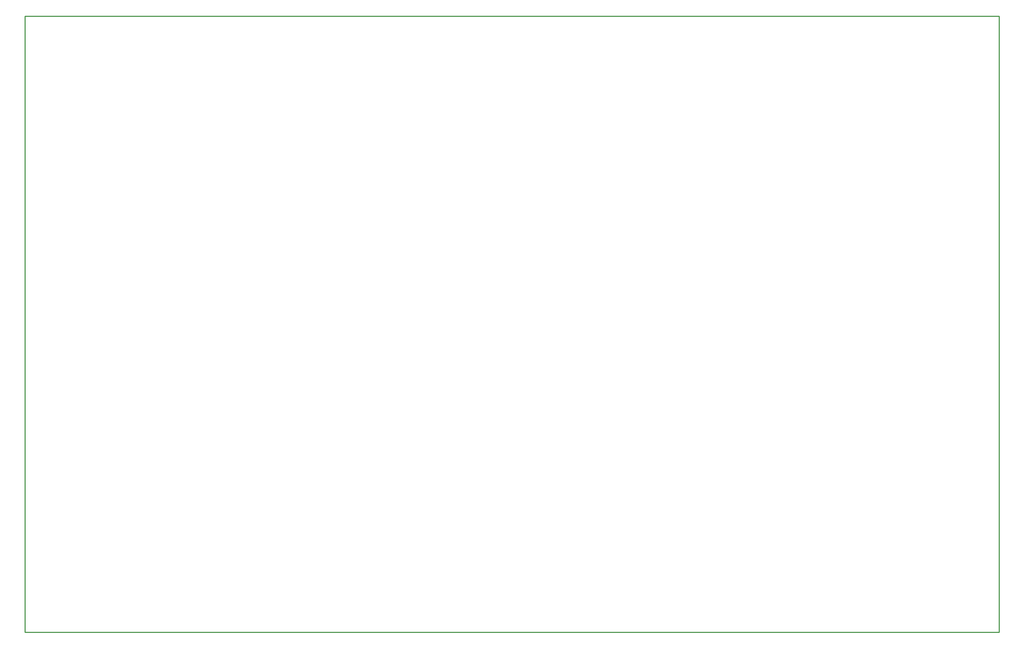
<source format=gbr>
G04 EAGLE Gerber RS-274X export*
G75*
%MOMM*%
%FSLAX34Y34*%
%LPD*%
%IN*%
%IPPOS*%
%AMOC8*
5,1,8,0,0,1.08239X$1,22.5*%
G01*
G04 Define Apertures*
%ADD10C,0.254000*%
D10*
X0Y0D02*
X2349500Y0D01*
X2349500Y1485900D01*
X0Y1485900D01*
X0Y0D01*
M02*

</source>
